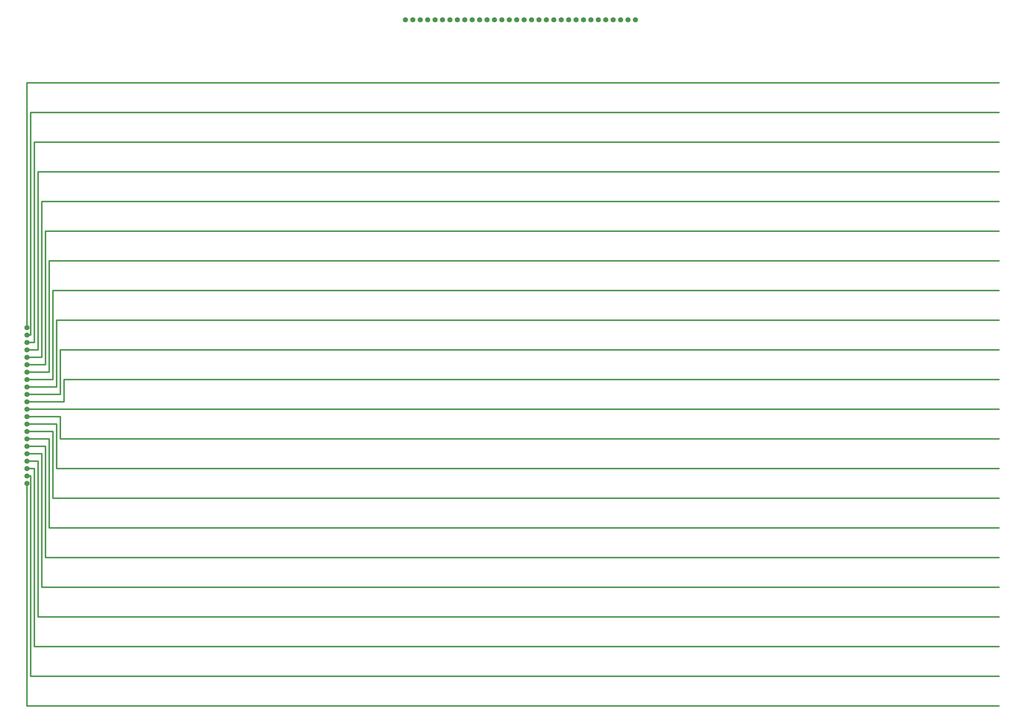
<source format=gbr>
%FSTAX24Y24*%
%MOIN*%
%IN LAYER2.GBR *%
%ADD10C,0.0200*%
%ADD11C,0.0700*%
G54D11*X0015Y0385D03*Y0345D03*Y0455D03*Y0365D03*Y0355D03*Y0335D03*
Y0395D03*Y0495D03*X0685Y095D03*X0785D03*X0015Y0405D03*Y0415D03*
Y0435D03*Y0445D03*Y0465D03*X0795Y095D03*X0705D03*X0725D03*X0675D03*
X0015Y0505D03*X0835Y095D03*X0735D03*X0635D03*X0595D03*X0575D03*
X0535D03*X0765D03*X0715D03*X0825D03*X0655D03*X0815D03*X0805D03*
X0015Y0475D03*X0745Y095D03*X0545D03*X0615D03*X0625D03*X0555D03*
X0665D03*X0605D03*X0695D03*X0755D03*X0565D03*X0645D03*X0585D03*
X0775D03*X0525D03*X0015Y0535D03*Y0325D03*Y0525D03*Y0515D03*Y0485D03*
Y0425D03*Y0375D03*G54D10*G01Y0325D02*Y0025D01*X1325*X0015Y0535D02*
Y0865D01*X1325*X0015Y0515D02*X0025D01*Y0785*X1325*Y0745D02*X003D01*
Y0505*X0015*Y0495D02*X0035D01*Y0705*X1325*Y0665D02*X004D01*Y0485*X0015*
X1325Y0625D02*X0045D01*Y0475*X0015*Y0465D02*X005D01*Y0585*X1325*
X0015Y0455D02*X0055D01*Y0545*X1325*X0015Y0395D02*X005D01*Y0305*X1325*
X0015Y0445D02*X006D01*Y0505*X1325*Y0465D02*X0065D01*Y0435*X0015*
Y0425D02*X1325D01*X0015Y0415D02*X006D01*Y0385*X1325*X0015Y0405D02*
X0055D01*Y0345*X1325*Y0265D02*X0045D01*Y0385*X0015*Y0375D02*X004D01*
Y0225*X1325*Y0185D02*X0035D01*Y0365*X0015*Y0355D02*X003D01*Y0145*X1325*
X0015Y0335D02*X002D01*Y0065*X1325*X0015Y0345D02*X0025D01*Y0105*X1325*
X0015Y0525D02*X002D01*Y0825*X1325*
M02*
</source>
